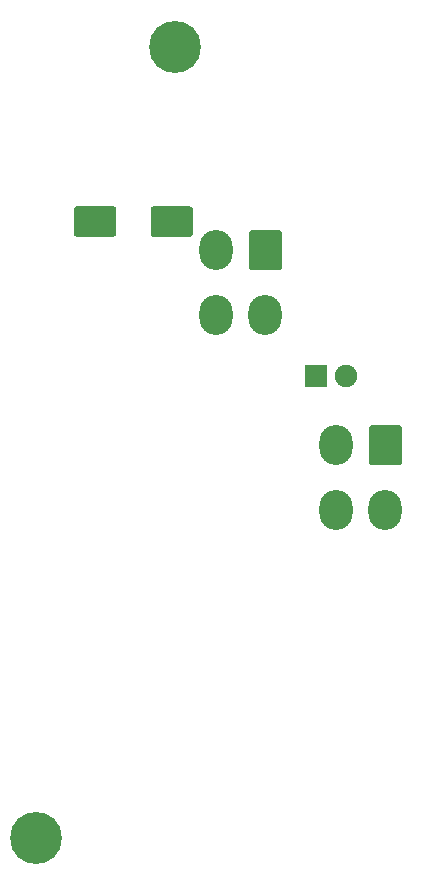
<source format=gbr>
G04 #@! TF.GenerationSoftware,KiCad,Pcbnew,(5.1.6)-1*
G04 #@! TF.CreationDate,2021-02-10T23:13:44+11:00*
G04 #@! TF.ProjectId,LDG Wing Fold PCB V2,4c444720-5769-46e6-9720-466f6c642050,rev?*
G04 #@! TF.SameCoordinates,Original*
G04 #@! TF.FileFunction,Soldermask,Bot*
G04 #@! TF.FilePolarity,Negative*
%FSLAX46Y46*%
G04 Gerber Fmt 4.6, Leading zero omitted, Abs format (unit mm)*
G04 Created by KiCad (PCBNEW (5.1.6)-1) date 2021-02-10 23:13:44*
%MOMM*%
%LPD*%
G01*
G04 APERTURE LIST*
%ADD10C,4.400000*%
%ADD11O,2.800000X3.400000*%
%ADD12C,1.900000*%
%ADD13R,1.900000X1.900000*%
G04 APERTURE END LIST*
D10*
G04 #@! TO.C,REF\u002A\u002A*
X164039448Y-28984561D03*
G04 #@! TD*
G04 #@! TO.C,REF\u002A\u002A*
X152291948Y-95977061D03*
G04 #@! TD*
D11*
G04 #@! TO.C,J2*
X177664000Y-68238000D03*
X181864000Y-68238000D03*
X177664000Y-62738000D03*
G36*
G01*
X183264000Y-61297260D02*
X183264000Y-64178740D01*
G75*
G02*
X183004740Y-64438000I-259260J0D01*
G01*
X180723260Y-64438000D01*
G75*
G02*
X180464000Y-64178740I0J259260D01*
G01*
X180464000Y-61297260D01*
G75*
G02*
X180723260Y-61038000I259260J0D01*
G01*
X183004740Y-61038000D01*
G75*
G02*
X183264000Y-61297260I0J-259260D01*
G01*
G37*
G04 #@! TD*
G04 #@! TO.C,J1*
X167504000Y-51728000D03*
X171704000Y-51728000D03*
X167504000Y-46228000D03*
G36*
G01*
X173104000Y-44787260D02*
X173104000Y-47668740D01*
G75*
G02*
X172844740Y-47928000I-259260J0D01*
G01*
X170563260Y-47928000D01*
G75*
G02*
X170304000Y-47668740I0J259260D01*
G01*
X170304000Y-44787260D01*
G75*
G02*
X170563260Y-44528000I259260J0D01*
G01*
X172844740Y-44528000D01*
G75*
G02*
X173104000Y-44787260I0J-259260D01*
G01*
G37*
G04 #@! TD*
D12*
G04 #@! TO.C,D1*
X178562000Y-56896000D03*
D13*
X176022000Y-56896000D03*
G04 #@! TD*
G04 #@! TO.C,C1*
G36*
G01*
X161975000Y-44840000D02*
X161975000Y-42760000D01*
G75*
G02*
X162235000Y-42500000I260000J0D01*
G01*
X165315000Y-42500000D01*
G75*
G02*
X165575000Y-42760000I0J-260000D01*
G01*
X165575000Y-44840000D01*
G75*
G02*
X165315000Y-45100000I-260000J0D01*
G01*
X162235000Y-45100000D01*
G75*
G02*
X161975000Y-44840000I0J260000D01*
G01*
G37*
G36*
G01*
X155475000Y-44840000D02*
X155475000Y-42760000D01*
G75*
G02*
X155735000Y-42500000I260000J0D01*
G01*
X158815000Y-42500000D01*
G75*
G02*
X159075000Y-42760000I0J-260000D01*
G01*
X159075000Y-44840000D01*
G75*
G02*
X158815000Y-45100000I-260000J0D01*
G01*
X155735000Y-45100000D01*
G75*
G02*
X155475000Y-44840000I0J260000D01*
G01*
G37*
G04 #@! TD*
M02*

</source>
